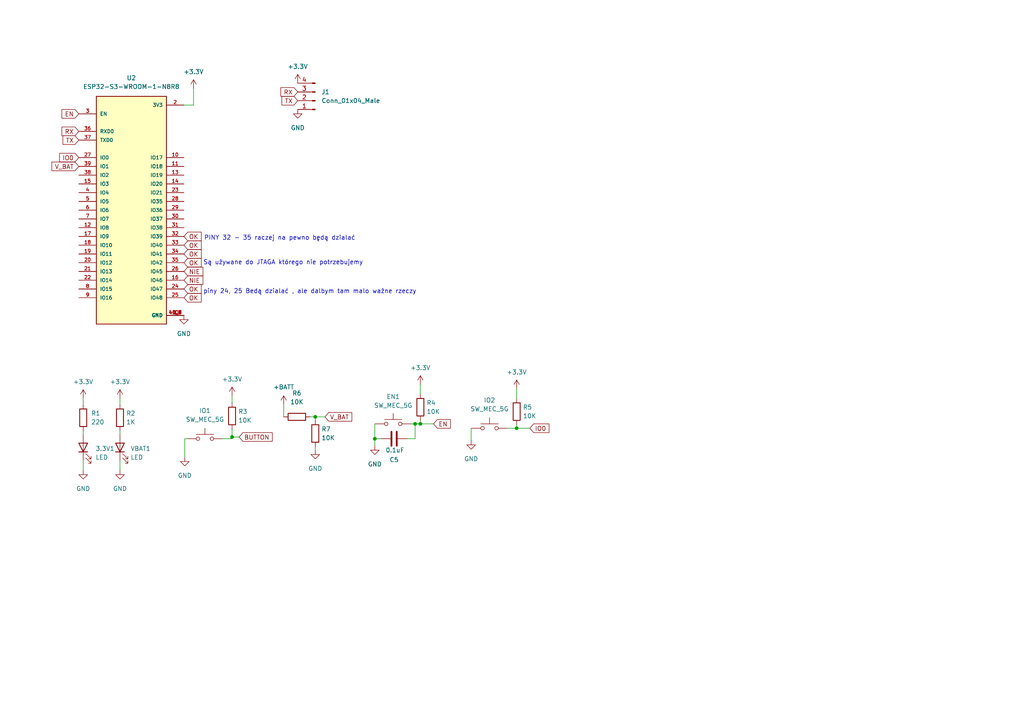
<source format=kicad_sch>
(kicad_sch (version 20230121) (generator eeschema)
  (paper "A4")
  (lib_symbols
    (symbol "Connector:Conn_01x04_Male" (pin_names (offset 1.016) hide)
      (property "Reference" "J" (at 0 5.08 0))
      (property "Value" "Conn_01x04_Male" (at 0 -7.62 0))
      (symbol "Conn_01x04_Male_1_1"
        (polyline (pts (xy 1.27 -5.08) (xy 0.8636 -5.08)) (stroke (width 0.1524)))
        (polyline (pts (xy 1.27 -2.54) (xy 0.8636 -2.54)) (stroke (width 0.1524)))
        (polyline (pts (xy 1.27 0) (xy 0.8636 0)) (stroke (width 0.1524)))
        (polyline (pts (xy 1.27 2.54) (xy 0.8636 2.54)) (stroke (width 0.1524)))
        (rectangle (start 0.8636 -4.953) (end 0 -5.207) (stroke (width 0.1524)) (fill (type outline)))
        (rectangle (start 0.8636 -2.413) (end 0 -2.667) (stroke (width 0.1524)) (fill (type outline)))
        (rectangle (start 0.8636 0.127) (end 0 -0.127) (stroke (width 0.1524)) (fill (type outline)))
        (rectangle (start 0.8636 2.667) (end 0 2.413) (stroke (width 0.1524)) (fill (type outline)))
        (pin passive line (at 5.08 2.54 180) (length 3.81) (name "Pin_1") (number "1"))
        (pin passive line (at 5.08 0 180) (length 3.81) (name "Pin_2") (number "2"))
        (pin passive line (at 5.08 -2.54 180) (length 3.81) (name "Pin_3") (number "3"))
        (pin passive line (at 5.08 -5.08 180) (length 3.81) (name "Pin_4") (number "4"))
      )
    )
    (symbol "Device:C" (pin_numbers hide) (pin_names (offset 0.254))
      (property "Reference" "C" (at 0.635 2.54 0))
      (property "Value" "C" (at 0.635 -2.54 0))
      (symbol "C_0_1"
        (polyline (pts (xy -2.032 -0.762) (xy 2.032 -0.762)) (stroke (width 0.508)))
        (polyline (pts (xy -2.032 0.762) (xy 2.032 0.762)) (stroke (width 0.508)))
      )
      (symbol "C_1_1"
        (pin passive line (at 0 3.81 270) (length 2.794) (name "~") (number "1"))
        (pin passive line (at 0 -3.81 90) (length 2.794) (name "~") (number "2"))
      )
    )
    (symbol "Device:LED" (pin_numbers hide) (pin_names (offset 1.016) hide)
      (property "Reference" "D" (at 0 2.54 0))
      (property "Value" "LED" (at 0 -2.54 0))
      (symbol "LED_0_1"
        (polyline (pts (xy -1.27 -1.27) (xy -1.27 1.27)) (stroke (width 0.254)))
        (polyline (pts (xy -1.27 0) (xy 1.27 0)))
        (polyline (pts (xy 1.27 -1.27) (xy 1.27 1.27) (xy -1.27 0) (xy 1.27 -1.27)) (stroke (width 0.254)))
        (polyline (pts (xy -3.048 -0.762) (xy -4.572 -2.286) (xy -3.81 -2.286) (xy -4.572 -2.286) (xy -4.572 -1.524)))
        (polyline (pts (xy -1.778 -0.762) (xy -3.302 -2.286) (xy -2.54 -2.286) (xy -3.302 -2.286) (xy -3.302 -1.524)))
      )
      (symbol "LED_1_1"
        (pin passive line (at -3.81 0 0) (length 2.54) (name "K") (number "1"))
        (pin passive line (at 3.81 0 180) (length 2.54) (name "A") (number "2"))
      )
    )
    (symbol "Device:R" (pin_numbers hide) (pin_names (offset 0))
      (property "Reference" "R" (at 2.032 0 90))
      (property "Value" "R" (at 0 0 90))
      (symbol "R_0_1"
        (rectangle (start -1.016 -2.54) (end 1.016 2.54) (stroke (width 0.254)))
      )
      (symbol "R_1_1"
        (pin passive line (at 0 3.81 270) (length 1.27) (name "~") (number "1"))
        (pin passive line (at 0 -3.81 90) (length 1.27) (name "~") (number "2"))
      )
    )
    (symbol "ESP32-S3-WROOM-1-N8R8:ESP32-S3-WROOM-1-N8R8" (pin_names (offset 1.016))
      (property "Reference" "U" (at -10.16 34.1122 0))
      (property "Value" "ESP32-S3-WROOM-1-N8R8" (at -10.16 -35.56 0))
      (symbol "ESP32-S3-WROOM-1-N8R8_0_0"
        (rectangle (start -10.16 -33.02) (end 10.16 33.02) (stroke (width 0.254)) (fill (type background)))
        (pin power_in line (at 15.24 -30.48 180) (length 5.08) (name "GND") (number "1"))
        (pin bidirectional line (at 15.24 15.24 180) (length 5.08) (name "IO17") (number "10"))
        (pin bidirectional line (at 15.24 12.7 180) (length 5.08) (name "IO18") (number "11"))
        (pin bidirectional line (at -15.24 -5.08 0) (length 5.08) (name "IO8") (number "12"))
        (pin bidirectional line (at 15.24 10.16 180) (length 5.08) (name "IO19") (number "13"))
        (pin bidirectional line (at 15.24 7.62 180) (length 5.08) (name "IO20") (number "14"))
        (pin bidirectional line (at -15.24 7.62 0) (length 5.08) (name "IO3") (number "15"))
        (pin bidirectional line (at 15.24 -20.32 180) (length 5.08) (name "IO46") (number "16"))
        (pin bidirectional line (at -15.24 -7.62 0) (length 5.08) (name "IO9") (number "17"))
        (pin bidirectional line (at -15.24 -10.16 0) (length 5.08) (name "IO10") (number "18"))
        (pin bidirectional line (at -15.24 -12.7 0) (length 5.08) (name "IO11") (number "19"))
        (pin power_in line (at 15.24 30.48 180) (length 5.08) (name "3V3") (number "2"))
        (pin bidirectional line (at -15.24 -15.24 0) (length 5.08) (name "IO12") (number "20"))
        (pin bidirectional line (at -15.24 -17.78 0) (length 5.08) (name "IO13") (number "21"))
        (pin bidirectional line (at -15.24 -20.32 0) (length 5.08) (name "IO14") (number "22"))
        (pin bidirectional line (at 15.24 5.08 180) (length 5.08) (name "IO21") (number "23"))
        (pin bidirectional line (at 15.24 -22.86 180) (length 5.08) (name "IO47") (number "24"))
        (pin bidirectional line (at 15.24 -25.4 180) (length 5.08) (name "IO48") (number "25"))
        (pin bidirectional line (at 15.24 -17.78 180) (length 5.08) (name "IO45") (number "26"))
        (pin bidirectional line (at -15.24 15.24 0) (length 5.08) (name "IO0") (number "27"))
        (pin bidirectional line (at 15.24 2.54 180) (length 5.08) (name "IO35") (number "28"))
        (pin bidirectional line (at 15.24 0 180) (length 5.08) (name "IO36") (number "29"))
        (pin input line (at -15.24 27.94 0) (length 5.08) (name "EN") (number "3"))
        (pin bidirectional line (at 15.24 -2.54 180) (length 5.08) (name "IO37") (number "30"))
        (pin bidirectional line (at 15.24 -5.08 180) (length 5.08) (name "IO38") (number "31"))
        (pin bidirectional line (at 15.24 -7.62 180) (length 5.08) (name "IO39") (number "32"))
        (pin bidirectional line (at 15.24 -10.16 180) (length 5.08) (name "IO40") (number "33"))
        (pin bidirectional line (at 15.24 -12.7 180) (length 5.08) (name "IO41") (number "34"))
        (pin bidirectional line (at 15.24 -15.24 180) (length 5.08) (name "IO42") (number "35"))
        (pin bidirectional line (at -15.24 22.86 0) (length 5.08) (name "RXD0") (number "36"))
        (pin bidirectional line (at -15.24 20.32 0) (length 5.08) (name "TXD0") (number "37"))
        (pin bidirectional line (at -15.24 10.16 0) (length 5.08) (name "IO2") (number "38"))
        (pin bidirectional line (at -15.24 12.7 0) (length 5.08) (name "IO1") (number "39"))
        (pin bidirectional line (at -15.24 5.08 0) (length 5.08) (name "IO4") (number "4"))
        (pin power_in line (at 15.24 -30.48 180) (length 5.08) (name "GND") (number "40"))
        (pin power_in line (at 15.24 -30.48 180) (length 5.08) (name "GND") (number "41_1"))
        (pin power_in line (at 15.24 -30.48 180) (length 5.08) (name "GND") (number "41_2"))
        (pin power_in line (at 15.24 -30.48 180) (length 5.08) (name "GND") (number "41_3"))
        (pin power_in line (at 15.24 -30.48 180) (length 5.08) (name "GND") (number "41_4"))
        (pin power_in line (at 15.24 -30.48 180) (length 5.08) (name "GND") (number "41_5"))
        (pin power_in line (at 15.24 -30.48 180) (length 5.08) (name "GND") (number "41_6"))
        (pin power_in line (at 15.24 -30.48 180) (length 5.08) (name "GND") (number "41_7"))
        (pin power_in line (at 15.24 -30.48 180) (length 5.08) (name "GND") (number "41_8"))
        (pin power_in line (at 15.24 -30.48 180) (length 5.08) (name "GND") (number "41_9"))
        (pin bidirectional line (at -15.24 2.54 0) (length 5.08) (name "IO5") (number "5"))
        (pin bidirectional line (at -15.24 0 0) (length 5.08) (name "IO6") (number "6"))
        (pin bidirectional line (at -15.24 -2.54 0) (length 5.08) (name "IO7") (number "7"))
        (pin bidirectional line (at -15.24 -22.86 0) (length 5.08) (name "IO15") (number "8"))
        (pin bidirectional line (at -15.24 -25.4 0) (length 5.08) (name "IO16") (number "9"))
      )
    )
    (symbol "Switch:SW_MEC_5G" (pin_numbers hide) (pin_names (offset 1.016) hide)
      (property "Reference" "SW" (at 1.27 2.54 0))
      (property "Value" "SW_MEC_5G" (at 0 -1.524 0))
      (symbol "SW_MEC_5G_0_1"
        (circle (center -2.032 0) (radius 0.508))
        (polyline (pts (xy 0 1.27) (xy 0 3.048)))
        (polyline (pts (xy 2.54 1.27) (xy -2.54 1.27)))
        (circle (center 2.032 0) (radius 0.508))
        (pin passive line (at -5.08 0 0) (length 2.54) (name "A") (number "1"))
        (pin passive line (at 5.08 0 180) (length 2.54) (name "B") (number "3"))
      )
      (symbol "SW_MEC_5G_1_1"
        (pin passive line (at -5.08 0 0) (length 2.54) hide (name "A") (number "2"))
        (pin passive line (at 5.08 0 180) (length 2.54) hide (name "B") (number "4"))
      )
    )
    (symbol "power:+3.3V" (power) (pin_names (offset 0))
      (property "Value" "+3.3V" (at 0 3.556 0))
      (symbol "+3.3V_0_1"
        (polyline (pts (xy -0.762 1.27) (xy 0 2.54)))
        (polyline (pts (xy 0 0) (xy 0 2.54)))
        (polyline (pts (xy 0 2.54) (xy 0.762 1.27)))
      )
      (symbol "+3.3V_1_1"
        (pin power_in line (at 0 0 90) (length 0) hide (name "+3.3V") (number "1"))
      )
    )
    (symbol "power:+BATT" (power) (pin_names (offset 0))
      (property "Value" "+BATT" (at 0 3.556 0))
      (symbol "+BATT_0_1"
        (polyline (pts (xy -0.762 1.27) (xy 0 2.54)))
        (polyline (pts (xy 0 0) (xy 0 2.54)))
        (polyline (pts (xy 0 2.54) (xy 0.762 1.27)))
      )
      (symbol "+BATT_1_1"
        (pin power_in line (at 0 0 90) (length 0) hide (name "+BATT") (number "1"))
      )
    )
    (symbol "power:GND" (power) (pin_names (offset 0))
      (property "Value" "GND" (at 0 -3.81 0))
      (symbol "GND_0_1"
        (polyline (pts (xy 0 0) (xy 0 -1.27) (xy 1.27 -1.27) (xy 0 -2.54) (xy -1.27 -1.27) (xy 0 -1.27)))
      )
      (symbol "GND_1_1"
        (pin power_in line (at 0 0 270) (length 0) hide (name "GND") (number "1"))
      )
    )
  )
  (junction (at 121.92 122.936))
  (junction (at 108.712 127.254))
  (junction (at 120.396 122.936))
  (junction (at 67.31 126.746))
  (junction (at 91.44 120.904))
  (junction (at 149.86 124.206))
  (wire (pts (xy 120.396 127.254) (xy 120.396 122.936)))
  (wire (pts (xy 53.594 127.254) (xy 54.356 127.254)))
  (wire (pts (xy 149.86 124.206) (xy 149.86 123.19)))
  (wire (pts (xy 24.13 115.57) (xy 24.13 117.348)))
  (wire (pts (xy 34.798 115.57) (xy 34.798 117.348)))
  (wire (pts (xy 136.652 127.762) (xy 136.652 124.206)))
  (wire (pts (xy 119.126 122.936) (xy 120.396 122.936)))
  (wire (pts (xy 147.066 124.206) (xy 149.86 124.206)))
  (wire (pts (xy 108.712 127.254) (xy 108.712 122.936)))
  (wire (pts (xy 67.31 114.808) (xy 67.31 116.84)))
  (wire (pts (xy 53.594 132.588) (xy 53.594 127.254)))
  (wire (pts (xy 67.31 126.746) (xy 69.342 126.746)))
  (wire (pts (xy 89.916 120.904) (xy 91.44 120.904)))
  (wire (pts (xy 53.34 30.48) (xy 56.134 30.48)))
  (wire (pts (xy 108.712 127.254) (xy 110.49 127.254)))
  (wire (pts (xy 108.712 129.286) (xy 108.712 127.254)))
  (wire (pts (xy 121.92 122.936) (xy 121.92 121.92)))
  (wire (pts (xy 118.11 127.254) (xy 120.396 127.254)))
  (wire (pts (xy 120.396 122.936) (xy 121.92 122.936)))
  (wire (pts (xy 149.86 124.206) (xy 153.67 124.206)))
  (wire (pts (xy 121.92 122.936) (xy 125.73 122.936)))
  (wire (pts (xy 67.31 126.746) (xy 67.31 127.254)))
  (wire (pts (xy 91.44 130.556) (xy 91.44 129.54)))
  (wire (pts (xy 82.296 117.348) (xy 82.296 120.904)))
  (wire (pts (xy 108.712 122.936) (xy 108.966 122.936)))
  (wire (pts (xy 24.13 133.604) (xy 24.13 136.398)))
  (wire (pts (xy 121.92 114.3) (xy 121.92 111.506)))
  (wire (pts (xy 56.134 30.48) (xy 56.134 25.654)))
  (wire (pts (xy 34.798 133.604) (xy 34.798 136.398)))
  (wire (pts (xy 91.44 120.904) (xy 91.44 121.92)))
  (wire (pts (xy 67.31 126.746) (xy 67.31 124.46)))
  (wire (pts (xy 91.44 120.904) (xy 94.234 120.904)))
  (wire (pts (xy 64.516 127.254) (xy 67.31 127.254)))
  (wire (pts (xy 34.798 124.968) (xy 34.798 125.984)))
  (wire (pts (xy 149.86 115.57) (xy 149.86 112.776)))
  (wire (pts (xy 24.13 124.968) (xy 24.13 125.984)))
  (wire (pts (xy 136.652 124.206) (xy 136.906 124.206)))
  (text "Są używane do JTAGA którego nie potrzebujemy" (at 58.928 76.962 0) (effects (font (size 1.27 1.27)) (justify left bottom)))
  (text "PINY 32 - 35 raczej na pewno będą dzialać" (at 59.182 69.85 0) (effects (font (size 1.27 1.27)) (justify left bottom)))
  (text "piny 24, 25 Bedą dzialać , ale dalbym tam malo ważne rzeczy" (at 58.928 85.344 0) (effects (font (size 1.27 1.27)) (justify left bottom)))
  (global_label "NIE" (shape input) (at 53.34 78.74 0) (property "Intersheetrefs" "${INTERSHEET_REFS}" (effects hide)))
  (global_label "RX" (shape input) (at 86.36 26.67 180) (property "Intersheetrefs" "${INTERSHEET_REFS}" (effects hide)))
  (global_label "NIE" (shape input) (at 53.34 81.28 0) (property "Intersheetrefs" "${INTERSHEET_REFS}" (effects hide)))
  (global_label "BUTTON" (shape input) (at 69.342 126.746 0) (property "Intersheetrefs" "${INTERSHEET_REFS}" (effects hide)))
  (global_label "OK" (shape input) (at 53.34 68.58 0) (property "Intersheetrefs" "${INTERSHEET_REFS}" (effects hide)))
  (global_label "IO0" (shape input) (at 153.67 124.206 0) (property "Intersheetrefs" "${INTERSHEET_REFS}" (effects hide)))
  (global_label "TX" (shape input) (at 22.86 40.64 180) (property "Intersheetrefs" "${INTERSHEET_REFS}" (effects hide)))
  (global_label "TX" (shape input) (at 86.36 29.21 180) (property "Intersheetrefs" "${INTERSHEET_REFS}" (effects hide)))
  (global_label "OK" (shape input) (at 53.34 71.12 0) (property "Intersheetrefs" "${INTERSHEET_REFS}" (effects hide)))
  (global_label "IO0" (shape input) (at 22.86 45.72 180) (property "Intersheetrefs" "${INTERSHEET_REFS}" (effects hide)))
  (global_label "EN" (shape input) (at 22.86 33.02 180) (property "Intersheetrefs" "${INTERSHEET_REFS}" (effects hide)))
  (global_label "V_BAT" (shape input) (at 94.234 120.904 0) (property "Intersheetrefs" "${INTERSHEET_REFS}" (effects hide)))
  (global_label "OK" (shape input) (at 53.34 83.82 0) (property "Intersheetrefs" "${INTERSHEET_REFS}" (effects hide)))
  (global_label "V_BAT" (shape input) (at 22.86 48.26 180) (property "Intersheetrefs" "${INTERSHEET_REFS}" (effects hide)))
  (global_label "OK" (shape input) (at 53.34 73.66 0) (property "Intersheetrefs" "${INTERSHEET_REFS}" (effects hide)))
  (global_label "OK" (shape input) (at 53.34 86.36 0) (property "Intersheetrefs" "${INTERSHEET_REFS}" (effects hide)))
  (global_label "RX" (shape input) (at 22.86 38.1 180) (property "Intersheetrefs" "${INTERSHEET_REFS}" (effects hide)))
  (global_label "OK" (shape input) (at 53.34 76.2 0) (property "Intersheetrefs" "${INTERSHEET_REFS}" (effects hide)))
  (global_label "EN" (shape input) (at 125.73 122.936 0) (property "Intersheetrefs" "${INTERSHEET_REFS}" (effects hide)))
  (symbol (lib_id "Device:R") (at 149.86 119.38 0) (unit 1)
    (property "Reference" "R5" (at 151.638 118.1099 0) (effects (justify left)))
    (property "Value" "10K" (at 151.638 120.6499 0) (effects (justify left)))
    (property "Footprint" "Resistor_SMD:R_0603_1608Metric" (effects hide))
  )
  (symbol (lib_id "Switch:SW_MEC_5G") (at 59.436 127.254 0) (unit 1)
    (property "Reference" "IO1" (at 59.436 119.126 0))
    (property "Value" "SW_MEC_5G" (at 59.436 121.666 0))
    (property "Datasheet" "http://www.apem.com/int/index.php?controller=attachment&id_attachment=488" (effects hide))
    (instances (project "LF_1" (path "" (reference "IO1") (unit 1)) (path "" (reference "IO2") (unit 1))))
  )
  (symbol (lib_id "power:+BATT") (at 82.296 117.348 0) (unit 1)
    (property "Reference" "#PWR029" (effects hide))
    (property "Value" "+BATT" (at 82.296 112.268 0))
    (instances (project "LF_1" (path "" (reference "#PWR029") (unit 1)) (path "" (reference "#PWR011") (unit 1))))
  )
  (symbol (lib_id "Device:R") (at 34.798 121.158 0) (unit 1)
    (property "Reference" "R2" (at 36.576 119.8879 0) (effects (justify left)))
    (property "Value" "1K" (at 36.576 122.4279 0) (effects (justify left)))
    (property "Footprint" "Resistor_SMD:R_0603_1608Metric" (effects hide))
    (instances (project "LF_1" (path "" (reference "R2") (unit 1)) (path "" (reference "R9") (unit 1))))
  )
  (symbol (lib_id "power:+3.3V") (at 24.13 115.57 0) (unit 1)
    (property "Reference" "#PWR018" (effects hide))
    (property "Value" "+3.3V" (at 24.13 110.744 0))
    (instances (project "LF_1" (path "" (reference "#PWR018") (unit 1)) (path "" (reference "#PWR016") (unit 1))))
  )
  (symbol (lib_id "power:GND") (at 91.44 130.556 0) (unit 1)
    (property "Reference" "#PWR031" (effects hide))
    (property "Value" "GND" (at 91.44 135.89 0))
    (instances (project "LF_1" (path "" (reference "#PWR031") (unit 1)) (path "" (reference "#PWR013") (unit 1))))
  )
  (symbol (lib_id "Switch:SW_MEC_5G") (at 141.986 124.206 0) (unit 1)
    (property "Reference" "IO2" (at 141.986 116.078 0))
    (property "Value" "SW_MEC_5G" (at 141.986 118.618 0))
    (property "Datasheet" "http://www.apem.com/int/index.php?controller=attachment&id_attachment=488" (effects hide))
    (instances (project "LF_1" (path "" (reference "IO2") (unit 1)) (path "" (reference "IO1") (unit 1))))
  )
  (symbol (lib_id "Connector:Conn_01x04_Male") (at 91.44 29.21 180) (unit 1)
    (property "Reference" "J1" (at 93.218 26.6699 0) (effects (justify right)))
    (property "Value" "Conn_01x04_Male" (at 93.218 29.2099 0) (effects (justify right)))
    (property "Footprint" "Connector_PinHeader_2.54mm:PinHeader_1x04_P2.54mm_Vertical" (effects hide))
  )
  (symbol (lib_id "Device:LED") (at 34.798 129.794 90) (unit 1)
    (property "Reference" "VBAT1" (at 37.846 130.1114 90) (effects (justify right)))
    (property "Value" "LED" (at 37.846 132.6514 90) (effects (justify right)))
    (property "Footprint" "LED_SMD:LED_0603_1608Metric" (effects hide))
  )
  (symbol (lib_id "Device:R") (at 67.31 120.65 0) (unit 1)
    (property "Reference" "R3" (at 69.088 119.3799 0) (effects (justify left)))
    (property "Value" "10K" (at 69.088 121.9199 0) (effects (justify left)))
    (property "Footprint" "Resistor_SMD:R_0603_1608Metric" (effects hide))
    (instances (project "LF_1" (path "" (reference "R3") (unit 1)) (path "" (reference "R10") (unit 1))))
  )
  (symbol (lib_id "power:+3.3V") (at 56.134 25.654 0) (unit 1)
    (property "Reference" "#PWR024" (effects hide))
    (property "Value" "+3.3V" (at 56.134 20.828 0))
    (instances (project "LF_1" (path "" (reference "#PWR024") (unit 1)) (path "" (reference "#PWR06") (unit 1))))
  )
  (symbol (lib_id "Device:R") (at 91.44 125.73 0) (unit 1)
    (property "Reference" "R7" (at 93.218 124.4599 0) (effects (justify left)))
    (property "Value" "10K" (at 93.218 126.9999 0) (effects (justify left)))
    (property "Footprint" "Resistor_SMD:R_0603_1608Metric" (effects hide))
  )
  (symbol (lib_id "power:GND") (at 24.13 136.398 0) (unit 1)
    (property "Reference" "#PWR021" (effects hide))
    (property "Value" "GND" (at 24.13 141.732 0))
    (instances (project "LF_1" (path "" (reference "#PWR021") (unit 1)) (path "" (reference "#PWR019") (unit 1))))
  )
  (symbol (lib_id "power:GND") (at 136.652 127.762 0) (unit 1)
    (property "Reference" "#PWR030" (effects hide))
    (property "Value" "GND" (at 136.652 133.096 0))
    (instances (project "LF_1" (path "" (reference "#PWR030") (unit 1)) (path "" (reference "#PWR012") (unit 1))))
  )
  (symbol (lib_id "Device:R") (at 86.106 120.904 90) (unit 1)
    (property "Reference" "R6" (at 86.106 114.046 90))
    (property "Value" "10K" (at 86.106 116.586 90))
    (property "Footprint" "Resistor_SMD:R_0603_1608Metric" (effects hide))
  )
  (symbol (lib_id "power:+3.3V") (at 86.36 24.13 0) (unit 1)
    (property "Reference" "#PWR026" (effects hide))
    (property "Value" "+3.3V" (at 86.36 19.304 0))
    (instances (project "LF_1" (path "" (reference "#PWR026") (unit 1)) (path "" (reference "#PWR08") (unit 1))))
  )
  (symbol (lib_id "power:+3.3V") (at 34.798 115.57 0) (unit 1)
    (property "Reference" "#PWR019" (effects hide))
    (property "Value" "+3.3V" (at 34.798 110.744 0))
    (instances (project "LF_1" (path "" (reference "#PWR019") (unit 1)) (path "" (reference "#PWR017") (unit 1))))
  )
  (symbol (lib_id "Device:LED") (at 24.13 129.794 90) (unit 1)
    (property "Reference" "3.3V1" (at 27.686 130.1114 90) (effects (justify right)))
    (property "Value" "LED" (at 27.686 132.6514 90) (effects (justify right)))
    (property "Footprint" "LED_SMD:LED_0603_1608Metric" (effects hide))
  )
  (symbol (lib_id "ESP32-S3-WROOM-1-N8R8:ESP32-S3-WROOM-1-N8R8") (at 38.1 60.96 0) (unit 1)
    (property "Reference" "U2" (at 38.1 22.606 0))
    (property "Value" "ESP32-S3-WROOM-1-N8R8" (at 38.1 25.146 0))
    (property "Footprint" "ESP32-S3-WROOM-1-N8R8:XCVR_ESP32S3WROOM1N8R8" (effects hide))
    (property "MF" "Espressif Systems" (effects hide))
    (property "DESCRIPTION" "Bluetooth, WiFi 802.11b/g/n, Bluetooth v5.0 Transceiver Module 2.4GHz PCB Trace Surface Mount" (effects hide))
    (property "PACKAGE" "SMD-41 Espressif Systems" (effects hide))
    (property "PRICE" "None" (effects hide))
    (property "Package" "NON STANDARD Espressif Systems" (effects hide))
    (property "Check_prices" "https://www.snapeda.com/parts/ESP32-S3-WROOM-1-N8R8/Espressif+Systems/view-part/?ref=eda" (effects hide))
    (property "Price" "None" (effects hide))
    (property "SnapEDA_Link" "https://www.snapeda.com/parts/ESP32-S3-WROOM-1-N8R8/Espressif+Systems/view-part/?ref=snap" (effects hide))
    (property "MP" "ESP32-S3-WROOM-1-N8R8" (effects hide))
    (property "Purchase-URL" "https://www.snapeda.com/api/url_track_click_mouser/?unipart_id=8936581&manufacturer=Espressif Systems&part_name=ESP32-S3-WROOM-1-N8R8&search_term=esp32 s3" (effects hide))
    (property "Description" "\nBluetooth, WiFi 802.11b/g/n, Bluetooth v5.0 Transceiver Module 2.4GHz PCB Trace Surface Mount\n" (effects hide))
    (property "Availability" "In Stock" (effects hide))
    (property "AVAILABILITY" "In Stock" (effects hide))
    (property "PURCHASE-URL" "https://pricing.snapeda.com/search/part/ESP32S3WROOM1N8R8/?ref=eda" (effects hide))
    (instances (project "LF_1" (path "" (reference "U2") (unit 1)) (path "" (reference "U1") (unit 1))))
  )
  (symbol (lib_id "power:GND") (at 108.712 129.286 0) (unit 1)
    (property "Reference" "#PWR025" (effects hide))
    (property "Value" "GND" (at 108.712 134.62 0))
    (instances (project "LF_1" (path "" (reference "#PWR025") (unit 1)) (path "" (reference "#PWR07") (unit 1))))
  )
  (symbol (lib_id "power:GND") (at 53.34 91.44 0) (unit 1)
    (property "Reference" "#PWR032" (effects hide))
    (property "Value" "GND" (at 53.34 96.774 0))
    (instances (project "LF_1" (path "" (reference "#PWR032") (unit 1)) (path "" (reference "#PWR014") (unit 1))))
  )
  (symbol (lib_id "power:GND") (at 53.594 132.588 0) (unit 1)
    (property "Reference" "#PWR020" (effects hide))
    (property "Value" "GND" (at 53.594 137.922 0))
    (instances (project "LF_1" (path "" (reference "#PWR020") (unit 1)) (path "" (reference "#PWR018") (unit 1))))
  )
  (symbol (lib_id "power:+3.3V") (at 67.31 114.808 0) (unit 1)
    (property "Reference" "#PWR017" (effects hide))
    (property "Value" "+3.3V" (at 67.31 109.982 0))
    (instances (project "LF_1" (path "" (reference "#PWR017") (unit 1)) (path "" (reference "#PWR015") (unit 1))))
  )
  (symbol (lib_id "Device:C") (at 114.3 127.254 90) (unit 1)
    (property "Reference" "C5" (at 114.3 133.35 90))
    (property "Value" "0.1uF" (at 114.554 130.556 90))
    (property "Footprint" "Capacitor_SMD:C_0603_1608Metric" (effects hide))
    (instances (project "LF_1" (path "" (reference "C5") (unit 1)) (path "" (reference "C7") (unit 1))))
  )
  (symbol (lib_id "power:GND") (at 34.798 136.398 0) (unit 1)
    (property "Reference" "#PWR022" (effects hide))
    (property "Value" "GND" (at 34.798 141.732 0))
    (instances (project "LF_1" (path "" (reference "#PWR022") (unit 1)) (path "" (reference "#PWR020") (unit 1))))
  )
  (symbol (lib_id "Device:R") (at 24.13 121.158 0) (unit 1)
    (property "Reference" "R1" (at 26.416 119.8879 0) (effects (justify left)))
    (property "Value" "220" (at 26.416 122.4279 0) (effects (justify left)))
    (property "Footprint" "Resistor_SMD:R_0603_1608Metric" (effects hide))
    (instances (project "LF_1" (path "" (reference "R1") (unit 1)) (path "" (reference "R8") (unit 1))))
  )
  (symbol (lib_id "Device:R") (at 121.92 118.11 0) (unit 1)
    (property "Reference" "R4" (at 123.698 116.8399 0) (effects (justify left)))
    (property "Value" "10K" (at 123.698 119.3799 0) (effects (justify left)))
    (property "Footprint" "Resistor_SMD:R_0603_1608Metric" (effects hide))
  )
  (symbol (lib_id "power:+3.3V") (at 149.86 112.776 0) (unit 1)
    (property "Reference" "#PWR027" (effects hide))
    (property "Value" "+3.3V" (at 149.86 107.95 0))
    (instances (project "LF_1" (path "" (reference "#PWR027") (unit 1)) (path "" (reference "#PWR09") (unit 1))))
  )
  (symbol (lib_id "Switch:SW_MEC_5G") (at 114.046 122.936 0) (unit 1)
    (property "Reference" "EN1" (at 114.046 115.062 0))
    (property "Value" "SW_MEC_5G" (at 114.046 117.602 0))
    (property "Datasheet" "http://www.apem.com/int/index.php?controller=attachment&id_attachment=488" (effects hide))
  )
  (symbol (lib_id "power:+3.3V") (at 121.92 111.506 0) (unit 1)
    (property "Reference" "#PWR023" (effects hide))
    (property "Value" "+3.3V" (at 121.92 106.68 0))
    (instances (project "LF_1" (path "" (reference "#PWR023") (unit 1)) (path "" (reference "#PWR05") (unit 1))))
  )
  (symbol (lib_id "power:GND") (at 86.36 31.75 0) (unit 1)
    (property "Reference" "#PWR028" (effects hide))
    (property "Value" "GND" (at 86.36 37.084 0))
    (instances (project "LF_1" (path "" (reference "#PWR028") (unit 1)) (path "" (reference "#PWR010") (unit 1))))
  )
)
</source>
